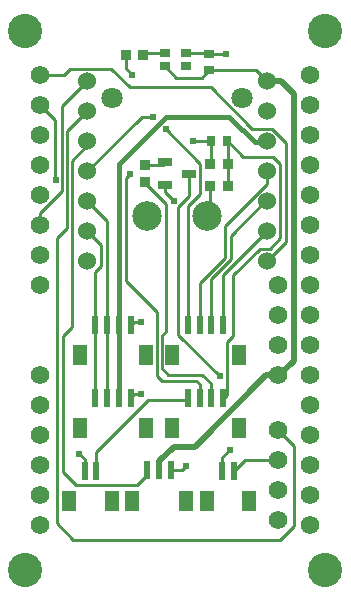
<source format=gtl>
G04 Layer: TopLayer*
G04 EasyEDA Pro v2.2.36.7, 2025-07-16 21:13:32*
G04 Gerber Generator version 0.3*
G04 Scale: 100 percent, Rotated: No, Reflected: No*
G04 Dimensions in millimeters*
G04 Leading zeros omitted, absolute positions, 4 integers and 5 decimals*
%FSLAX45Y45*%
%MOMM*%
%ADD10C,2.9*%
%ADD11R,0.6X1.55001*%
%ADD12R,1.2X1.8*%
%ADD13R,1.25001X0.7*%
%ADD14R,0.86401X0.80648*%
%ADD15R,0.80648X0.86401*%
%ADD16R,0.80648X0.86401*%
%ADD17C,2.49999*%
%ADD18C,1.8*%
%ADD19C,1.5748*%
%ADD20R,0.6X1.5*%
%ADD21R,0.8X0.9*%
%ADD22R,0.6X1.55001*%
%ADD23R,1.2X1.8*%
%ADD24C,1.524*%
%ADD25R,0.9X0.7*%
%ADD26R,0.9X0.8*%
%ADD27C,0.61*%
%ADD28C,0.254*%
%ADD29C,0.508*%
%ADD30C,0.381*%
G75*


G04 Pad Start*
G54D10*
G01X-1270000Y2044700D03*
G01X1270000Y2044700D03*
G01X1270000Y-2514600D03*
G01X-1270000Y-2514600D03*
G54D11*
G01X-668871Y-1683347D03*
G01X-768871Y-1683347D03*
G54D12*
G01X-539077Y-1933359D03*
G01X-899071Y-1933359D03*
G54D13*
G01X-87300Y933196D03*
G01X-87300Y743204D03*
G01X112700Y838200D03*
G54D14*
G01X-254000Y913536D03*
G01X-254000Y762864D03*
G54D15*
G01X292964Y736600D03*
G01X443636Y736600D03*
G54D16*
G01X443636Y922020D03*
G01X292964Y922020D03*
G54D11*
G01X492925Y-1683347D03*
G01X392925Y-1683347D03*
G54D12*
G01X622719Y-1933359D03*
G01X262725Y-1933359D03*
G54D17*
G01X-237299Y478597D03*
G01X262700Y478597D03*
G54D18*
G01X562699Y1478595D03*
G01X-537299Y1478595D03*
G54D19*
G01X866902Y-615406D03*
G01X866902Y-869406D03*
G01X866902Y-361406D03*
G01X866902Y-107406D03*
G01X866902Y-1842480D03*
G01X866902Y-2096480D03*
G01X866902Y-1588480D03*
G01X866902Y-1334480D03*
G54D12*
G01X91834Y-1933407D03*
G01X-368186Y-1933382D03*
G54D20*
G01X-238188Y-1673393D03*
G01X-138189Y-1673393D03*
G01X-38163Y-1673393D03*
G54D21*
G01X438297Y1117600D03*
G01X298293Y1117600D03*
G54D22*
G01X-380098Y-445249D03*
G01X-480098Y-445249D03*
G01X-580098Y-445249D03*
G01X-680098Y-445249D03*
G54D23*
G01X-250101Y-697751D03*
G01X-810095Y-697751D03*
G54D22*
G01X404000Y-445249D03*
G01X304000Y-445249D03*
G01X204000Y-445249D03*
G01X104000Y-445249D03*
G54D23*
G01X533997Y-697751D03*
G01X-25997Y-697751D03*
G54D22*
G01X404000Y-1060183D03*
G01X304000Y-1060183D03*
G01X204000Y-1060183D03*
G01X104000Y-1060183D03*
G54D23*
G01X533997Y-1312685D03*
G01X-25997Y-1312685D03*
G54D22*
G01X-380098Y-1060183D03*
G01X-480098Y-1060183D03*
G01X-580098Y-1060183D03*
G01X-680098Y-1060183D03*
G54D23*
G01X-250101Y-1312685D03*
G01X-810095Y-1312685D03*
G54D19*
G01X-1143000Y144587D03*
G01X-1143000Y-109413D03*
G01X-1143000Y-871413D03*
G01X-1143000Y-1125413D03*
G01X-1143000Y-1379413D03*
G01X-1143000Y-1633413D03*
G01X-1143000Y-1887413D03*
G01X-1143000Y-2141413D03*
G01X1143000Y-2141413D03*
G01X1143000Y-1887413D03*
G01X1143000Y-1633413D03*
G01X1143000Y-1377635D03*
G01X1143000Y-1123635D03*
G01X1143000Y-869635D03*
G01X1143000Y-615635D03*
G01X1143000Y-361635D03*
G01X1143000Y-107635D03*
G01X1143000Y146365D03*
G01X1143000Y400365D03*
G01X1143000Y654365D03*
G01X1143000Y908365D03*
G01X1143000Y1162365D03*
G01X1143000Y1416365D03*
G01X1143000Y1670365D03*
G01X-1143000Y398587D03*
G01X-1143000Y652587D03*
G01X-1143000Y906587D03*
G01X-1143000Y1160587D03*
G01X-1143000Y1668587D03*
G01X-1143000Y1414587D03*
G54D24*
G01X-749936Y1620076D03*
G01X-749936Y1366076D03*
G01X-749936Y1112076D03*
G01X-749936Y858076D03*
G01X-749936Y604076D03*
G01X-749936Y350076D03*
G01X-749936Y96076D03*
G01X774064Y96076D03*
G01X774064Y350076D03*
G01X774064Y604076D03*
G01X774064Y858076D03*
G01X774064Y1112076D03*
G01X774064Y1366076D03*
G01X774064Y1620076D03*
G54D25*
G01X91504Y1745856D03*
G01X91504Y1855864D03*
G01X-91503Y1855864D03*
G01X-91503Y1745856D03*
G54D15*
G01X-422300Y1844548D03*
G01X-271628Y1844548D03*
G54D26*
G01X283210Y1711046D03*
G01X283210Y1851050D03*
G04 Pad End*

G04 Via Start*
G54D27*
G01X86106Y-1638300D03*
G01X-292100Y-1028700D03*
G01X-292100Y-419100D03*
G01X-12700Y609600D03*
G01X-381000Y838200D03*
G01X-368300Y1676400D03*
G01X-1015238Y780034D03*
G01X-82550Y1212850D03*
G01X-190500Y1320800D03*
G01X431800Y1851050D03*
G01X148082Y1117600D03*
G01X374868Y-876300D03*
G01X459994Y-1498600D03*
G01X-812800Y-1536700D03*
G04 Via End*

G04 Track Start*
G54D28*
G01X587792Y-1588480D02*
G01X866902Y-1588480D01*
G01X-353949Y-419100D02*
G01X-292100Y-419100D01*
G01X-380098Y-445249D02*
G01X-353949Y-419100D01*
G01X492925Y-1683347D02*
G01X587792Y-1588480D01*
G54D29*
G01X894524Y1620076D02*
G01X774064Y1620076D01*
G01X866902Y-869406D02*
G01X879602Y-869406D01*
G01X1003300Y-745708D01*
G01X1003300Y1511300D01*
G01X894524Y1620076D01*
G54D28*
G01X-749936Y350076D02*
G01X-629298Y229437D01*
G01X-629298Y51637D01*
G01X-680098Y837D01*
G01X-680098Y-445249D01*
G01X-680098Y-1060183D01*
G01X-749936Y604076D02*
G01X-580098Y434238D01*
G01X-580098Y-445249D01*
G01X-580098Y-1060183D01*
G01X404000Y-445249D02*
G01X404000Y-19988D01*
G01X774064Y350076D01*
G01X204000Y-88100D02*
G01X204000Y-445249D01*
G01X418464Y126364D02*
G01X204000Y-88100D01*
G01X761364Y604076D02*
G01X469264Y311976D01*
G01X469264Y113664D01*
G01X774065Y604076D02*
G01X761364Y604076D01*
G01X469264Y113664D02*
G01X304800Y-50800D01*
G01X304800Y-444449D01*
G01X304000Y-445249D01*
G01X-254000Y913536D02*
G01X-106959Y913536D01*
G01X-87300Y933196D01*
G01X799808Y203200D02*
G01X713568Y203200D01*
G01X487300Y-23068D01*
G01X487300Y-534306D01*
G01X434030Y-587576D01*
G01X434030Y-1032867D01*
G01X406714Y-1060183D01*
G01X404000Y-1060183D01*
G54D30*
G01X-480098Y-1060183D02*
G01X-480098Y-445249D01*
G54D28*
G01X889000Y915760D02*
G01X889000Y292392D01*
G01X799808Y203200D01*
G01X650724Y1216176D02*
G01X817184Y1216176D01*
G01X298244Y1568656D02*
G01X650724Y1216176D01*
G01X-543076Y1724176D02*
G01X-387556Y1568656D01*
G01X298244Y1568656D01*
G01X-271628Y1844548D02*
G01X-260312Y1855864D01*
G01X-91503Y1855864D01*
G54D30*
G01X-480098Y-445249D02*
G01X-480098Y916902D01*
G01X766888Y1104900D02*
G01X774064Y1112076D01*
G01X673100Y1104900D02*
G01X766888Y1104900D01*
G01X-480098Y916902D02*
G01X-76200Y1320800D01*
G01X457200Y1320800D01*
G01X673100Y1104900D01*
G54D28*
G01X-419100Y800100D02*
G01X-381000Y838200D01*
G01X-368300Y1676400D02*
G01X-422300Y1730400D01*
G01X-422300Y1844548D01*
G01X-1143000Y1668587D02*
G01X-947613Y1668587D01*
G01X-892024Y1724176D01*
G01X-543076Y1724176D01*
G01X935659Y257671D02*
G01X774064Y96076D01*
G01X936675Y1097701D02*
G01X936675Y257671D01*
G01X817184Y1216176D02*
G01X935659Y1097701D01*
G01X-380098Y-1060183D02*
G01X-348615Y-1028700D01*
G01X-292100Y-1028700D01*
G01X104000Y-445249D02*
G01X104000Y561654D01*
G01X866902Y-1334480D02*
G01X1003300Y-1470878D01*
G01X1003300Y-2146300D02*
G01X889000Y-2260600D01*
G01X-863600Y-2260600D01*
G01X-1003300Y-2120900D01*
G01X1003300Y-1470878D02*
G01X1003300Y-2146300D01*
G01X104000Y-1060183D02*
G01X84684Y-1079500D01*
G01X-668871Y-1519771D02*
G01X-668871Y-1683347D01*
G01X84684Y-1079500D02*
G01X-228600Y-1079500D01*
G01X-668871Y-1519771D01*
G54D29*
G01X768894Y-869406D02*
G01X866902Y-869406D01*
G01X165100Y-1473200D02*
G01X768894Y-869406D01*
G01X-12700Y-1473200D02*
G01X165100Y-1473200D01*
G01X-138189Y-1598689D02*
G01X-12700Y-1473200D01*
G01X-138189Y-1673393D02*
G01X-138189Y-1598689D01*
G54D28*
G01X91504Y1855864D02*
G01X278397Y1855864D01*
G01X283210Y1851050D01*
G01X431800Y1851050D01*
G01X283210Y1711046D02*
G01X683094Y1711046D01*
G01X774064Y1620076D01*
G01X-1143000Y1414587D02*
G01X-1016000Y1287587D01*
G01X-1016000Y780796D01*
G01X-1015238Y780034D01*
G01X-956838Y1413174D02*
G01X-749936Y1620076D01*
G01X-956838Y687937D02*
G01X-956838Y1413174D01*
G01X-1143000Y501775D02*
G01X-956838Y687937D01*
G01X-1143000Y398587D02*
G01X-1143000Y501775D01*
G01X774064Y858076D02*
G01X774064Y751296D01*
G01X418464Y395696D01*
G01X418464Y126364D01*
G01X292964Y736600D02*
G01X292964Y508861D01*
G01X262700Y478597D01*
G01X443636Y736600D02*
G01X443636Y922020D01*
G01X443636Y1112261D01*
G01X438297Y1117600D01*
G01X823558Y981202D02*
G01X889000Y915760D01*
G01X574695Y981202D02*
G01X823558Y981202D01*
G01X443636Y1112261D02*
G01X574695Y981202D01*
G01X298293Y1117600D02*
G01X298293Y927349D01*
G01X292964Y922020D01*
G01X298293Y1117600D02*
G01X148082Y1117600D01*
G01X392925Y-1683347D02*
G01X392925Y-1565669D01*
G01X459994Y-1498600D01*
G01X-12700Y609600D02*
G01X-87300Y684200D01*
G01X-87300Y743204D01*
G01X-91503Y1745856D02*
G01X3353Y1651000D01*
G01X223164Y1651000D02*
G01X283210Y1711046D01*
G01X3353Y1651000D02*
G01X223164Y1651000D01*
G01X-38163Y-1673393D02*
G01X51013Y-1673393D01*
G01X86106Y-1638300D01*
G01X-768871Y-1683347D02*
G01X-768871Y-1580629D01*
G01X-812800Y-1536700D01*
G01X-1003300Y-2120900D02*
G01X-1003300Y292100D01*
G01X-250888Y-1686093D02*
G01X-250888Y-1724193D01*
G01X-328143Y-1801448D01*
G01X-952500Y-533400D02*
G01X-876300Y-457200D01*
G01X-876300Y947612D01*
G01X-762636Y1061276D01*
G01X-762636Y1099376D01*
G01X-238188Y-1673393D02*
G01X-250888Y-1686093D01*
G01X-762636Y1099376D02*
G01X-749936Y1112076D01*
G01X-328143Y-1801448D02*
G01X-840152Y-1801448D01*
G01X-952500Y-1689100D01*
G01X-952500Y-533400D01*
G01X-114300Y-914400D02*
G01X-156718Y-871982D01*
G01X177800Y-914400D02*
G01X-114300Y-914400D01*
G01X-156718Y-871982D02*
G01X-156718Y-330200D01*
G01X204000Y-940600D02*
G01X177800Y-914400D01*
G01X204000Y-1060183D02*
G01X204000Y-940600D01*
G01X-156718Y-330200D02*
G01X-419100Y-67818D01*
G01X-419100Y800100D01*
G01X-749936Y858076D02*
G01X-287212Y1320800D01*
G01X-190500Y1320800D01*
G01X104000Y561654D02*
G01X210058Y667712D01*
G01X210058Y920242D01*
G01X-82550Y1212850D01*
G01X-916432Y1201612D02*
G01X-751968Y1366076D01*
G01X-749936Y1366076D01*
G01X-1003300Y292100D02*
G01X-916432Y378968D01*
G01X-916432Y1201612D01*
G01X112700Y646100D02*
G01X112700Y838200D01*
G01X25400Y558800D02*
G01X112700Y646100D01*
G01X374868Y-876300D02*
G01X25400Y-526832D01*
G01X25400Y558800D01*
G01X-254000Y762000D02*
G01X-254000Y762864D01*
G01X-76200Y584200D02*
G01X-254000Y762000D01*
G01X-76200Y-495300D02*
G01X-76200Y584200D01*
G01X228600Y-863600D02*
G01X-63500Y-863600D01*
G01X304000Y-939000D02*
G01X228600Y-863600D01*
G01X304000Y-1060183D02*
G01X304000Y-939000D01*
G01X-63500Y-863600D02*
G01X-115824Y-811276D01*
G01X-115824Y-534924D01*
G01X-76200Y-495300D01*
G04 Track End*

M02*


</source>
